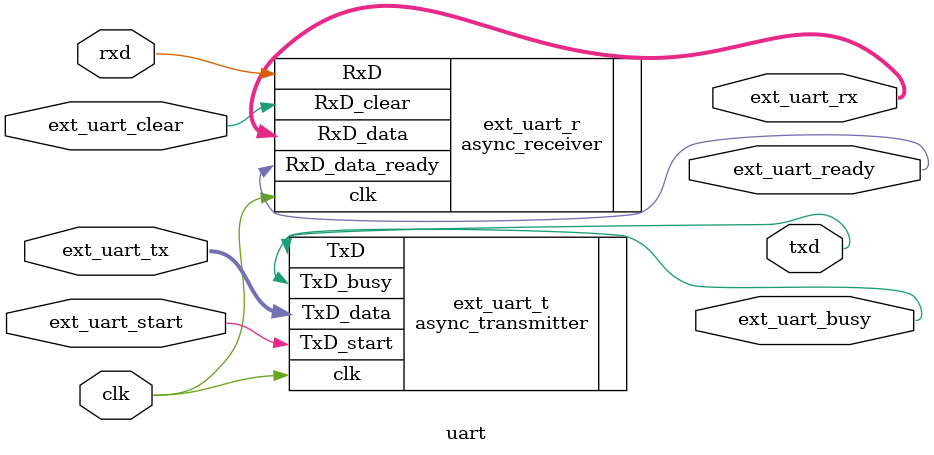
<source format=v>
module uart(
	input  wire clk  ,

	input  wire 	  rxd,
	output wire 	  ext_uart_ready,
	input  wire 	  ext_uart_clear,
	output wire [7:0] ext_uart_rx   ,
	             
	output wire       txd           ,
	output wire       ext_uart_busy ,
	input  wire       ext_uart_start,	
	input  wire [7:0] ext_uart_tx   		
);

parameter ClkFrequency = 50000000;	// 20MHz
parameter Baud = 9600;

async_receiver #(.ClkFrequency(ClkFrequency),.Baud(Baud)) //接收模块，9600无检验位
    ext_uart_r(
        .clk(clk),                       	 //外部时钟信号
        .RxD(rxd),                           //外部串行信号输入
        .RxD_data_ready(ext_uart_ready),  	 //数据接收到标志
        .RxD_clear(ext_uart_clear),       	 //清除接收标志
        .RxD_data(ext_uart_rx)               //接收到的一字节数据
    );

async_transmitter #(.ClkFrequency(ClkFrequency),.Baud(Baud)) //发送模块，9600无检验位
    ext_uart_t(
        .clk(clk),                  	//外部时钟信号
        .TxD(txd),                      //串行信号输出
        .TxD_busy(ext_uart_busy),       //发送器忙状态指示
        .TxD_start(ext_uart_start),     //开始发送信号
        .TxD_data(ext_uart_tx)          //待发送的数据
    );


endmodule
</source>
